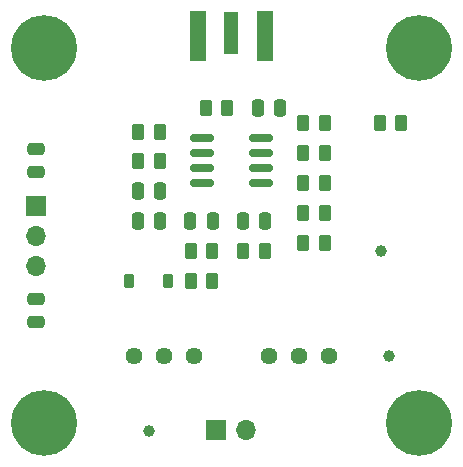
<source format=gbr>
%TF.GenerationSoftware,KiCad,Pcbnew,8.0.0*%
%TF.CreationDate,2024-06-21T14:03:25-04:00*%
%TF.ProjectId,GaN Gate Driver,47614e20-4761-4746-9520-447269766572,v1.0*%
%TF.SameCoordinates,Original*%
%TF.FileFunction,Soldermask,Top*%
%TF.FilePolarity,Negative*%
%FSLAX46Y46*%
G04 Gerber Fmt 4.6, Leading zero omitted, Abs format (unit mm)*
G04 Created by KiCad (PCBNEW 8.0.0) date 2024-06-21 14:03:25*
%MOMM*%
%LPD*%
G01*
G04 APERTURE LIST*
G04 Aperture macros list*
%AMRoundRect*
0 Rectangle with rounded corners*
0 $1 Rounding radius*
0 $2 $3 $4 $5 $6 $7 $8 $9 X,Y pos of 4 corners*
0 Add a 4 corners polygon primitive as box body*
4,1,4,$2,$3,$4,$5,$6,$7,$8,$9,$2,$3,0*
0 Add four circle primitives for the rounded corners*
1,1,$1+$1,$2,$3*
1,1,$1+$1,$4,$5*
1,1,$1+$1,$6,$7*
1,1,$1+$1,$8,$9*
0 Add four rect primitives between the rounded corners*
20,1,$1+$1,$2,$3,$4,$5,0*
20,1,$1+$1,$4,$5,$6,$7,0*
20,1,$1+$1,$6,$7,$8,$9,0*
20,1,$1+$1,$8,$9,$2,$3,0*%
G04 Aperture macros list end*
%ADD10RoundRect,0.250000X-0.262500X-0.450000X0.262500X-0.450000X0.262500X0.450000X-0.262500X0.450000X0*%
%ADD11C,1.440000*%
%ADD12R,1.700000X1.700000*%
%ADD13O,1.700000X1.700000*%
%ADD14RoundRect,0.250000X0.475000X-0.250000X0.475000X0.250000X-0.475000X0.250000X-0.475000X-0.250000X0*%
%ADD15C,1.000000*%
%ADD16RoundRect,0.250000X-0.250000X-0.475000X0.250000X-0.475000X0.250000X0.475000X-0.250000X0.475000X0*%
%ADD17C,5.562600*%
%ADD18R,1.270000X3.600000*%
%ADD19R,1.350000X4.200000*%
%ADD20RoundRect,0.150000X-0.825000X-0.150000X0.825000X-0.150000X0.825000X0.150000X-0.825000X0.150000X0*%
%ADD21RoundRect,0.250000X0.262500X0.450000X-0.262500X0.450000X-0.262500X-0.450000X0.262500X-0.450000X0*%
%ADD22RoundRect,0.250000X-0.475000X0.250000X-0.475000X-0.250000X0.475000X-0.250000X0.475000X0.250000X0*%
%ADD23RoundRect,0.250000X0.250000X0.475000X-0.250000X0.475000X-0.250000X-0.475000X0.250000X-0.475000X0*%
%ADD24RoundRect,0.225000X-0.225000X-0.375000X0.225000X-0.375000X0.225000X0.375000X-0.225000X0.375000X0*%
G04 APERTURE END LIST*
D10*
%TO.C,R10*%
X70842500Y-45720000D03*
X72667500Y-45720000D03*
%TD*%
D11*
%TO.C,RV1*%
X78115000Y-54610000D03*
X75575000Y-54610000D03*
X73035000Y-54610000D03*
%TD*%
D12*
%TO.C,J2*%
X53340000Y-41910000D03*
D13*
X53340000Y-44450000D03*
X53340000Y-46990000D03*
%TD*%
D14*
%TO.C,C5*%
X53340000Y-51750000D03*
X53340000Y-49850000D03*
%TD*%
D15*
%TO.C,TP1*%
X82500000Y-45750000D03*
%TD*%
D16*
%TO.C,C6*%
X72075000Y-33655000D03*
X73975000Y-33655000D03*
%TD*%
D17*
%TO.C,H1*%
X53975000Y-28575000D03*
%TD*%
D18*
%TO.C,J1*%
X69850000Y-27322500D03*
D19*
X72675000Y-27522500D03*
X67025000Y-27522500D03*
%TD*%
D10*
%TO.C,R6*%
X75922500Y-42545000D03*
X77747500Y-42545000D03*
%TD*%
D20*
%TO.C,U1*%
X67375000Y-36195000D03*
X67375000Y-37465000D03*
X67375000Y-38735000D03*
X67375000Y-40005000D03*
X72325000Y-40005000D03*
X72325000Y-38735000D03*
X72325000Y-37465000D03*
X72325000Y-36195000D03*
%TD*%
D10*
%TO.C,R1*%
X67667500Y-33655000D03*
X69492500Y-33655000D03*
%TD*%
D21*
%TO.C,R4*%
X77747500Y-40005000D03*
X75922500Y-40005000D03*
%TD*%
D22*
%TO.C,C4*%
X53340000Y-37150000D03*
X53340000Y-39050000D03*
%TD*%
D21*
%TO.C,R5*%
X84248000Y-34925000D03*
X82423000Y-34925000D03*
%TD*%
D10*
%TO.C,R11*%
X66397500Y-45720000D03*
X68222500Y-45720000D03*
%TD*%
D12*
%TO.C,J3*%
X68580000Y-60935000D03*
D13*
X71120000Y-60935000D03*
%TD*%
D17*
%TO.C,H4*%
X85725000Y-60325000D03*
%TD*%
%TO.C,H2*%
X85725000Y-28575000D03*
%TD*%
D16*
%TO.C,C7*%
X68260000Y-43180000D03*
X66360000Y-43180000D03*
%TD*%
D15*
%TO.C,TP2*%
X83185000Y-54610000D03*
%TD*%
D21*
%TO.C,R12*%
X68222500Y-48260000D03*
X66397500Y-48260000D03*
%TD*%
D16*
%TO.C,C2*%
X61915000Y-40640000D03*
X63815000Y-40640000D03*
%TD*%
D10*
%TO.C,R9*%
X61952500Y-38100000D03*
X63777500Y-38100000D03*
%TD*%
D11*
%TO.C,RV2*%
X66685000Y-54610000D03*
X64145000Y-54610000D03*
X61605000Y-54610000D03*
%TD*%
D10*
%TO.C,R3*%
X75922500Y-37465000D03*
X77747500Y-37465000D03*
%TD*%
D15*
%TO.C,TP3*%
X62865000Y-60960000D03*
%TD*%
D10*
%TO.C,R2*%
X75922500Y-34925000D03*
X77747500Y-34925000D03*
%TD*%
D21*
%TO.C,R8*%
X63777500Y-35687000D03*
X61952500Y-35687000D03*
%TD*%
D23*
%TO.C,C3*%
X63815000Y-43180000D03*
X61915000Y-43180000D03*
%TD*%
D16*
%TO.C,C1*%
X70805000Y-43180000D03*
X72705000Y-43180000D03*
%TD*%
D24*
%TO.C,D1*%
X61215000Y-48260000D03*
X64515000Y-48260000D03*
%TD*%
D10*
%TO.C,R7*%
X75922500Y-45085000D03*
X77747500Y-45085000D03*
%TD*%
D17*
%TO.C,H3*%
X53975000Y-60325000D03*
%TD*%
M02*

</source>
